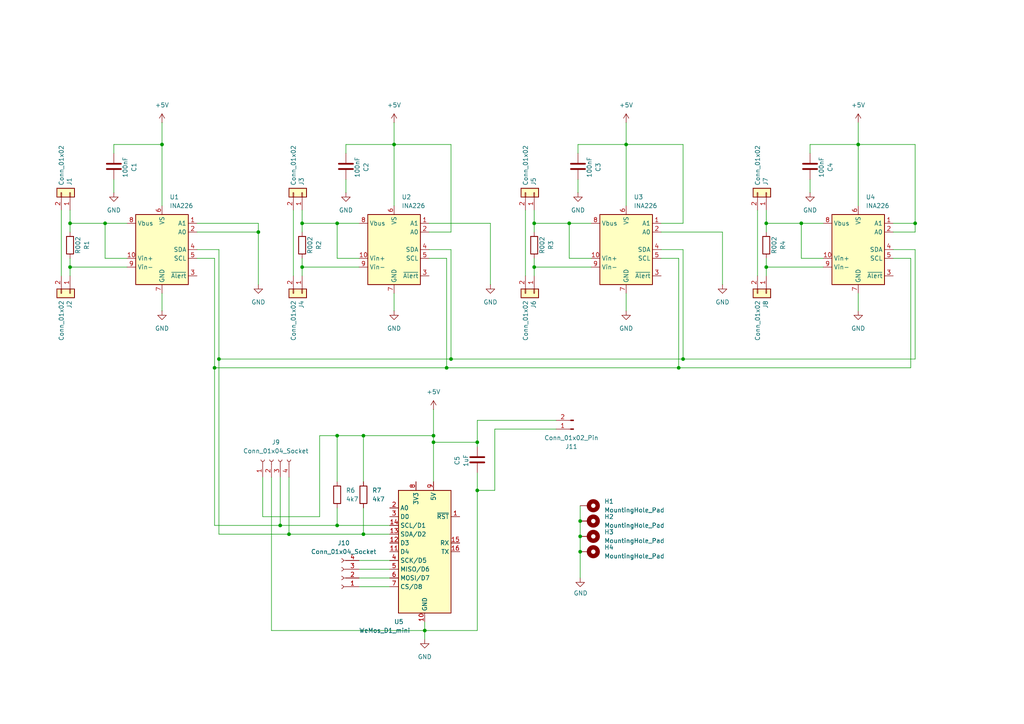
<source format=kicad_sch>
(kicad_sch (version 20231120) (generator "eeschema") (generator_version "8.0")
  (paper "A4")
  (lib_symbols
    (symbol "Connector:Conn_01x02_Pin" (pin_names (offset 1.016) hide)
      (property "Reference" "J" (at 0 2.54 0))
      (property "Value" "Conn_01x02_Pin" (at 0 -5.08 0))
      (symbol "Conn_01x02_Pin_1_1"
        (polyline (pts (xy 1.27 -2.54) (xy 0.8636 -2.54)) (stroke (width 0.1524)))
        (polyline (pts (xy 1.27 0) (xy 0.8636 0)) (stroke (width 0.1524)))
        (rectangle (start 0.8636 -2.413) (end 0 -2.667) (stroke (width 0.1524)) (fill (type outline)))
        (rectangle (start 0.8636 0.127) (end 0 -0.127) (stroke (width 0.1524)) (fill (type outline)))
        (pin passive line (at 5.08 0 180) (length 3.81) (name "Pin_1") (number "1"))
        (pin passive line (at 5.08 -2.54 180) (length 3.81) (name "Pin_2") (number "2"))
      )
    )
    (symbol "Connector:Conn_01x04_Socket" (pin_names (offset 1.016) hide)
      (property "Reference" "J" (at 0 5.08 0))
      (property "Value" "Conn_01x04_Socket" (at 0 -7.62 0))
      (symbol "Conn_01x04_Socket_1_1"
        (arc (start 0 -4.572) (mid -0.5058 -5.08) (end 0 -5.588) (stroke (width 0.1524)))
        (arc (start 0 -2.032) (mid -0.5058 -2.54) (end 0 -3.048) (stroke (width 0.1524)))
        (polyline (pts (xy -1.27 -5.08) (xy -0.508 -5.08)) (stroke (width 0.1524)))
        (polyline (pts (xy -1.27 -2.54) (xy -0.508 -2.54)) (stroke (width 0.1524)))
        (polyline (pts (xy -1.27 0) (xy -0.508 0)) (stroke (width 0.1524)))
        (polyline (pts (xy -1.27 2.54) (xy -0.508 2.54)) (stroke (width 0.1524)))
        (arc (start 0 0.508) (mid -0.5058 0) (end 0 -0.508) (stroke (width 0.1524)))
        (arc (start 0 3.048) (mid -0.5058 2.54) (end 0 2.032) (stroke (width 0.1524)))
        (pin passive line (at -5.08 2.54 0) (length 3.81) (name "Pin_1") (number "1"))
        (pin passive line (at -5.08 0 0) (length 3.81) (name "Pin_2") (number "2"))
        (pin passive line (at -5.08 -2.54 0) (length 3.81) (name "Pin_3") (number "3"))
        (pin passive line (at -5.08 -5.08 0) (length 3.81) (name "Pin_4") (number "4"))
      )
    )
    (symbol "Connector_Generic:Conn_01x02" (pin_names (offset 1.016) hide)
      (property "Reference" "J" (at 0 2.54 0))
      (property "Value" "Conn_01x02" (at 0 -5.08 0))
      (symbol "Conn_01x02_1_1"
        (rectangle (start -1.27 -2.413) (end 0 -2.667) (stroke (width 0.1524)))
        (rectangle (start -1.27 0.127) (end 0 -0.127) (stroke (width 0.1524)))
        (rectangle (start -1.27 1.27) (end 1.27 -3.81) (stroke (width 0.254)) (fill (type background)))
        (pin passive line (at -5.08 0 0) (length 3.81) (name "Pin_1") (number "1"))
        (pin passive line (at -5.08 -2.54 0) (length 3.81) (name "Pin_2") (number "2"))
      )
    )
    (symbol "Device:C" (pin_numbers hide) (pin_names (offset 0.254))
      (property "Reference" "C" (at 0.635 2.54 0))
      (property "Value" "C" (at 0.635 -2.54 0))
      (symbol "C_0_1"
        (polyline (pts (xy -2.032 -0.762) (xy 2.032 -0.762)) (stroke (width 0.508)))
        (polyline (pts (xy -2.032 0.762) (xy 2.032 0.762)) (stroke (width 0.508)))
      )
      (symbol "C_1_1"
        (pin passive line (at 0 3.81 270) (length 2.794) (name "~") (number "1"))
        (pin passive line (at 0 -3.81 90) (length 2.794) (name "~") (number "2"))
      )
    )
    (symbol "Device:R" (pin_numbers hide) (pin_names (offset 0))
      (property "Reference" "R" (at 2.032 0 90))
      (property "Value" "R" (at 0 0 90))
      (symbol "R_0_1"
        (rectangle (start -1.016 -2.54) (end 1.016 2.54) (stroke (width 0.254)))
      )
      (symbol "R_1_1"
        (pin passive line (at 0 3.81 270) (length 1.27) (name "~") (number "1"))
        (pin passive line (at 0 -3.81 90) (length 1.27) (name "~") (number "2"))
      )
    )
    (symbol "MCU_Module:WeMos_D1_mini"
      (property "Reference" "U" (at 3.81 19.05 0))
      (property "Value" "WeMos_D1_mini" (at 1.27 -19.05 0))
      (symbol "WeMos_D1_mini_1_1"
        (rectangle (start -7.62 17.78) (end 7.62 -17.78) (stroke (width 0.254)) (fill (type background)))
        (pin input line (at -10.16 10.16 0) (length 2.54) (name "~{RST}") (number "1"))
        (pin power_in line (at 0 -20.32 90) (length 2.54) (name "GND") (number "10"))
        (pin bidirectional line (at 10.16 0 180) (length 2.54) (name "D4") (number "11"))
        (pin bidirectional line (at 10.16 2.54 180) (length 2.54) (name "D3") (number "12"))
        (pin bidirectional line (at 10.16 5.08 180) (length 2.54) (name "SDA/D2") (number "13"))
        (pin bidirectional line (at 10.16 7.62 180) (length 2.54) (name "SCL/D1") (number "14"))
        (pin input line (at -10.16 2.54 0) (length 2.54) (name "RX") (number "15"))
        (pin output line (at -10.16 0 0) (length 2.54) (name "TX") (number "16"))
        (pin input line (at 10.16 12.7 180) (length 2.54) (name "A0") (number "2"))
        (pin bidirectional line (at 10.16 10.16 180) (length 2.54) (name "D0") (number "3"))
        (pin bidirectional line (at 10.16 -2.54 180) (length 2.54) (name "SCK/D5") (number "4"))
        (pin bidirectional line (at 10.16 -5.08 180) (length 2.54) (name "MISO/D6") (number "5"))
        (pin bidirectional line (at 10.16 -7.62 180) (length 2.54) (name "MOSI/D7") (number "6"))
        (pin bidirectional line (at 10.16 -10.16 180) (length 2.54) (name "CS/D8") (number "7"))
        (pin power_out line (at 2.54 20.32 270) (length 2.54) (name "3V3") (number "8"))
        (pin power_in line (at -2.54 20.32 270) (length 2.54) (name "5V") (number "9"))
      )
    )
    (symbol "Mechanical:MountingHole_Pad" (pin_numbers hide) (pin_names (offset 1.016) hide) (exclude_from_sim yes) (in_bom no)
      (property "Reference" "H" (at 0 6.35 0))
      (property "Value" "MountingHole_Pad" (at 0 4.445 0))
      (symbol "MountingHole_Pad_0_1"
        (circle (center 0 1.27) (radius 1.27) (stroke (width 1.27)))
      )
      (symbol "MountingHole_Pad_1_1"
        (pin input line (at 0 -2.54 90) (length 2.54) (name "1") (number "1"))
      )
    )
    (symbol "Sensor_Energy:INA226"
      (property "Reference" "U" (at -6.35 11.43 0))
      (property "Value" "INA226" (at 3.81 11.43 0))
      (symbol "INA226_0_1"
        (rectangle (start 7.62 10.16) (end -7.62 -10.16) (stroke (width 0.254)) (fill (type background)))
      )
      (symbol "INA226_1_1"
        (pin input line (at 10.16 7.62 180) (length 2.54) (name "A1") (number "1"))
        (pin input line (at -10.16 -2.54 0) (length 2.54) (name "Vin+") (number "10"))
        (pin input line (at 10.16 5.08 180) (length 2.54) (name "A0") (number "2"))
        (pin open_collector line (at 10.16 -7.62 180) (length 2.54) (name "~{Alert}") (number "3"))
        (pin bidirectional line (at 10.16 0 180) (length 2.54) (name "SDA") (number "4"))
        (pin input line (at 10.16 -2.54 180) (length 2.54) (name "SCL") (number "5"))
        (pin power_in line (at 0 12.7 270) (length 2.54) (name "VS") (number "6"))
        (pin power_in line (at 0 -12.7 90) (length 2.54) (name "GND") (number "7"))
        (pin input line (at -10.16 7.62 0) (length 2.54) (name "Vbus") (number "8"))
        (pin input line (at -10.16 -5.08 0) (length 2.54) (name "Vin-") (number "9"))
      )
    )
    (symbol "power:+3.3V" (power) (pin_numbers hide) (pin_names (offset 0) hide)
      (property "Value" "+3.3V" (at 0 3.556 0))
      (symbol "+3.3V_0_1"
        (polyline (pts (xy -0.762 1.27) (xy 0 2.54)))
        (polyline (pts (xy 0 0) (xy 0 2.54)))
        (polyline (pts (xy 0 2.54) (xy 0.762 1.27)))
      )
      (symbol "+3.3V_1_1"
        (pin power_in line (at 0 0 90) (length 0) (name "~") (number "1"))
      )
    )
    (symbol "power:+5V" (power) (pin_numbers hide) (pin_names (offset 0) hide)
      (property "Value" "+5V" (at 0 3.556 0))
      (symbol "+5V_0_1"
        (polyline (pts (xy -0.762 1.27) (xy 0 2.54)))
        (polyline (pts (xy 0 0) (xy 0 2.54)))
        (polyline (pts (xy 0 2.54) (xy 0.762 1.27)))
      )
      (symbol "+5V_1_1"
        (pin power_in line (at 0 0 90) (length 0) (name "~") (number "1"))
      )
    )
    (symbol "power:GND" (power) (pin_numbers hide) (pin_names (offset 0) hide)
      (property "Value" "GND" (at 0 -3.81 0))
      (symbol "GND_0_1"
        (polyline (pts (xy 0 0) (xy 0 -1.27) (xy 1.27 -1.27) (xy 0 -2.54) (xy -1.27 -1.27) (xy 0 -1.27)))
      )
      (symbol "GND_1_1"
        (pin power_in line (at 0 0 270) (length 0) (name "~") (number "1"))
      )
    )
    (symbol "powerpoledist-rescue:GND-power" (power) (pin_names (offset 0))
      (property "Value" "power_GND" (at 0 -3.81 0))
      (symbol "GND-power_0_1"
        (polyline (pts (xy 0 0) (xy 0 -1.27) (xy 1.27 -1.27) (xy 0 -2.54) (xy -1.27 -1.27) (xy 0 -1.27)))
      )
      (symbol "GND-power_1_1"
        (pin power_in line (at 0 0 270) (length 0) hide (name "GND") (number "1"))
      )
    )
  )
  (junction (at 222.25 77.47))
  (junction (at 97.79 152.4))
  (junction (at 87.63 77.47))
  (junction (at 198.12 104.14))
  (junction (at 97.79 126.365))
  (junction (at 87.63 64.77))
  (junction (at 168.275 151.13))
  (junction (at 222.25 64.77))
  (junction (at 74.93 67.31))
  (junction (at 138.43 142.24))
  (junction (at 168.275 155.575))
  (junction (at 265.43 64.77))
  (junction (at 232.41 64.77))
  (junction (at 130.81 104.14))
  (junction (at 138.43 128.27))
  (junction (at 30.48 64.77))
  (junction (at 105.41 154.94))
  (junction (at 97.79 64.77))
  (junction (at 63.5 104.14))
  (junction (at 181.61 41.91))
  (junction (at 196.85 106.68))
  (junction (at 20.32 77.47))
  (junction (at 154.94 77.47))
  (junction (at 20.32 64.77))
  (junction (at 165.1 64.77))
  (junction (at 62.23 106.68))
  (junction (at 81.28 152.4))
  (junction (at 114.3 41.91))
  (junction (at 248.92 41.91))
  (junction (at 105.41 126.365))
  (junction (at 125.73 126.365))
  (junction (at 123.19 182.88))
  (junction (at 154.94 64.77))
  (junction (at 125.73 128.27))
  (junction (at 168.275 160.02))
  (junction (at 46.99 41.91))
  (junction (at 83.82 154.94))
  (junction (at 129.54 106.68))
  (wire (pts (xy 191.77 64.77) (xy 198.12 64.77)))
  (wire (pts (xy 105.41 147.32) (xy 105.41 154.94)))
  (wire (pts (xy 124.46 67.31) (xy 130.81 67.31)))
  (wire (pts (xy 74.93 67.31) (xy 74.93 82.55)))
  (wire (pts (xy 114.3 35.56) (xy 114.3 41.91)))
  (wire (pts (xy 248.92 85.09) (xy 248.92 90.17)))
  (wire (pts (xy 87.63 64.77) (xy 97.79 64.77)))
  (wire (pts (xy 154.94 64.77) (xy 154.94 67.31)))
  (wire (pts (xy 97.79 126.365) (xy 92.71 126.365)))
  (wire (pts (xy 167.64 44.45) (xy 167.64 41.91)))
  (wire (pts (xy 125.73 126.365) (xy 125.73 128.27)))
  (wire (pts (xy 191.77 67.31) (xy 209.55 67.31)))
  (wire (pts (xy 196.85 106.68) (xy 264.16 106.68)))
  (wire (pts (xy 104.14 170.18) (xy 113.03 170.18)))
  (wire (pts (xy 104.14 167.64) (xy 113.03 167.64)))
  (wire (pts (xy 130.81 104.14) (xy 198.12 104.14)))
  (wire (pts (xy 87.63 64.77) (xy 87.63 67.31)))
  (wire (pts (xy 167.64 52.07) (xy 167.64 55.88)))
  (wire (pts (xy 97.79 64.77) (xy 97.79 74.93)))
  (wire (pts (xy 104.14 74.93) (xy 97.79 74.93)))
  (wire (pts (xy 87.63 77.47) (xy 87.63 80.01)))
  (wire (pts (xy 20.32 77.47) (xy 20.32 80.01)))
  (wire (pts (xy 168.275 155.575) (xy 168.275 160.02)))
  (wire (pts (xy 181.61 35.56) (xy 181.61 41.91)))
  (wire (pts (xy 238.76 74.93) (xy 232.41 74.93)))
  (wire (pts (xy 123.19 180.34) (xy 123.19 182.88)))
  (wire (pts (xy 222.25 74.93) (xy 222.25 77.47)))
  (wire (pts (xy 168.275 151.13) (xy 168.275 155.575)))
  (wire (pts (xy 62.23 106.68) (xy 62.23 152.4)))
  (wire (pts (xy 57.15 64.77) (xy 74.93 64.77)))
  (wire (pts (xy 143.51 142.24) (xy 138.43 142.24)))
  (wire (pts (xy 138.43 142.24) (xy 138.43 182.88)))
  (wire (pts (xy 78.74 182.88) (xy 123.19 182.88)))
  (wire (pts (xy 123.19 182.88) (xy 123.19 185.42)))
  (wire (pts (xy 20.32 64.77) (xy 30.48 64.77)))
  (wire (pts (xy 234.95 41.91) (xy 248.92 41.91)))
  (wire (pts (xy 259.08 72.39) (xy 265.43 72.39)))
  (wire (pts (xy 138.43 128.27) (xy 125.73 128.27)))
  (wire (pts (xy 219.71 60.96) (xy 219.71 80.01)))
  (wire (pts (xy 97.79 64.77) (xy 104.14 64.77)))
  (wire (pts (xy 63.5 72.39) (xy 63.5 104.14)))
  (wire (pts (xy 198.12 72.39) (xy 198.12 104.14)))
  (wire (pts (xy 81.28 152.4) (xy 97.79 152.4)))
  (wire (pts (xy 87.63 77.47) (xy 104.14 77.47)))
  (wire (pts (xy 125.73 126.365) (xy 105.41 126.365)))
  (wire (pts (xy 63.5 154.94) (xy 83.82 154.94)))
  (wire (pts (xy 20.32 74.93) (xy 20.32 77.47)))
  (wire (pts (xy 114.3 41.91) (xy 114.3 59.69)))
  (wire (pts (xy 100.33 41.91) (xy 114.3 41.91)))
  (wire (pts (xy 222.25 64.77) (xy 232.41 64.77)))
  (wire (pts (xy 138.43 137.16) (xy 138.43 142.24)))
  (wire (pts (xy 100.33 52.07) (xy 100.33 55.88)))
  (wire (pts (xy 168.275 160.02) (xy 168.275 167.64)))
  (wire (pts (xy 105.41 126.365) (xy 105.41 139.7)))
  (wire (pts (xy 222.25 77.47) (xy 222.25 80.01)))
  (wire (pts (xy 265.43 64.77) (xy 265.43 67.31)))
  (wire (pts (xy 20.32 60.96) (xy 20.32 64.77)))
  (wire (pts (xy 97.79 126.365) (xy 97.79 139.7)))
  (wire (pts (xy 138.43 128.27) (xy 138.43 129.54)))
  (wire (pts (xy 152.4 60.96) (xy 152.4 80.01)))
  (wire (pts (xy 222.25 60.96) (xy 222.25 64.77)))
  (wire (pts (xy 76.2 149.86) (xy 92.71 149.86)))
  (wire (pts (xy 36.83 74.93) (xy 30.48 74.93)))
  (wire (pts (xy 248.92 35.56) (xy 248.92 41.91)))
  (wire (pts (xy 222.25 64.77) (xy 222.25 67.31)))
  (wire (pts (xy 259.08 74.93) (xy 264.16 74.93)))
  (wire (pts (xy 125.73 118.745) (xy 125.73 126.365)))
  (wire (pts (xy 76.2 138.43) (xy 76.2 149.86)))
  (wire (pts (xy 142.24 64.77) (xy 142.24 82.55)))
  (wire (pts (xy 33.02 44.45) (xy 33.02 41.91)))
  (wire (pts (xy 30.48 64.77) (xy 36.83 64.77)))
  (wire (pts (xy 130.81 72.39) (xy 130.81 104.14)))
  (wire (pts (xy 85.09 60.96) (xy 85.09 80.01)))
  (wire (pts (xy 232.41 64.77) (xy 238.76 64.77)))
  (wire (pts (xy 17.78 60.96) (xy 17.78 80.01)))
  (wire (pts (xy 62.23 152.4) (xy 81.28 152.4)))
  (wire (pts (xy 33.02 52.07) (xy 33.02 55.88)))
  (wire (pts (xy 83.82 138.43) (xy 83.82 154.94)))
  (wire (pts (xy 125.73 128.27) (xy 125.73 139.7)))
  (wire (pts (xy 46.99 85.09) (xy 46.99 90.17)))
  (wire (pts (xy 154.94 77.47) (xy 154.94 80.01)))
  (wire (pts (xy 46.99 41.91) (xy 46.99 59.69)))
  (wire (pts (xy 264.16 74.93) (xy 264.16 106.68)))
  (wire (pts (xy 114.3 85.09) (xy 114.3 90.17)))
  (wire (pts (xy 105.41 126.365) (xy 97.79 126.365)))
  (wire (pts (xy 87.63 60.96) (xy 87.63 64.77)))
  (wire (pts (xy 33.02 41.91) (xy 46.99 41.91)))
  (wire (pts (xy 83.82 154.94) (xy 105.41 154.94)))
  (wire (pts (xy 248.92 41.91) (xy 248.92 59.69)))
  (wire (pts (xy 57.15 67.31) (xy 74.93 67.31)))
  (wire (pts (xy 74.93 64.77) (xy 74.93 67.31)))
  (wire (pts (xy 138.43 182.88) (xy 123.19 182.88)))
  (wire (pts (xy 234.95 52.07) (xy 234.95 55.88)))
  (wire (pts (xy 100.33 44.45) (xy 100.33 41.91)))
  (wire (pts (xy 259.08 64.77) (xy 265.43 64.77)))
  (wire (pts (xy 46.99 35.56) (xy 46.99 41.91)))
  (wire (pts (xy 154.94 64.77) (xy 165.1 64.77)))
  (wire (pts (xy 259.08 67.31) (xy 265.43 67.31)))
  (wire (pts (xy 191.77 72.39) (xy 198.12 72.39)))
  (wire (pts (xy 138.43 128.27) (xy 138.43 121.92)))
  (wire (pts (xy 129.54 106.68) (xy 196.85 106.68)))
  (wire (pts (xy 63.5 104.14) (xy 63.5 154.94)))
  (wire (pts (xy 181.61 41.91) (xy 198.12 41.91)))
  (wire (pts (xy 124.46 72.39) (xy 130.81 72.39)))
  (wire (pts (xy 143.51 124.46) (xy 143.51 142.24)))
  (wire (pts (xy 154.94 74.93) (xy 154.94 77.47)))
  (wire (pts (xy 104.14 162.56) (xy 113.03 162.56)))
  (wire (pts (xy 248.92 41.91) (xy 265.43 41.91)))
  (wire (pts (xy 198.12 64.77) (xy 198.12 41.91)))
  (wire (pts (xy 124.46 64.77) (xy 142.24 64.77)))
  (wire (pts (xy 114.3 41.91) (xy 130.81 41.91)))
  (wire (pts (xy 105.41 154.94) (xy 113.03 154.94)))
  (wire (pts (xy 167.64 41.91) (xy 181.61 41.91)))
  (wire (pts (xy 57.15 72.39) (xy 63.5 72.39)))
  (wire (pts (xy 234.95 44.45) (xy 234.95 41.91)))
  (wire (pts (xy 191.77 74.93) (xy 196.85 74.93)))
  (wire (pts (xy 165.1 64.77) (xy 165.1 74.93)))
  (wire (pts (xy 168.275 146.685) (xy 168.275 151.13)))
  (wire (pts (xy 97.79 152.4) (xy 113.03 152.4)))
  (wire (pts (xy 97.79 147.32) (xy 97.79 152.4)))
  (wire (pts (xy 222.25 77.47) (xy 238.76 77.47)))
  (wire (pts (xy 161.29 124.46) (xy 143.51 124.46)))
  (wire (pts (xy 78.74 138.43) (xy 78.74 182.88)))
  (wire (pts (xy 57.15 74.93) (xy 62.23 74.93)))
  (wire (pts (xy 181.61 41.91) (xy 181.61 59.69)))
  (wire (pts (xy 92.71 126.365) (xy 92.71 149.86)))
  (wire (pts (xy 171.45 74.93) (xy 165.1 74.93)))
  (wire (pts (xy 62.23 106.68) (xy 129.54 106.68)))
  (wire (pts (xy 154.94 60.96) (xy 154.94 64.77)))
  (wire (pts (xy 129.54 74.93) (xy 129.54 106.68)))
  (wire (pts (xy 124.46 74.93) (xy 129.54 74.93)))
  (wire (pts (xy 63.5 104.14) (xy 130.81 104.14)))
  (wire (pts (xy 265.43 72.39) (xy 265.43 104.14)))
  (wire (pts (xy 181.61 85.09) (xy 181.61 90.17)))
  (wire (pts (xy 20.32 64.77) (xy 20.32 67.31)))
  (wire (pts (xy 81.28 138.43) (xy 81.28 152.4)))
  (wire (pts (xy 104.14 165.1) (xy 113.03 165.1)))
  (wire (pts (xy 165.1 64.77) (xy 171.45 64.77)))
  (wire (pts (xy 154.94 77.47) (xy 171.45 77.47)))
  (wire (pts (xy 20.32 77.47) (xy 36.83 77.47)))
  (wire (pts (xy 265.43 41.91) (xy 265.43 64.77)))
  (wire (pts (xy 130.81 67.31) (xy 130.81 41.91)))
  (wire (pts (xy 30.48 64.77) (xy 30.48 74.93)))
  (wire (pts (xy 196.85 74.93) (xy 196.85 106.68)))
  (wire (pts (xy 209.55 67.31) (xy 209.55 82.55)))
  (wire (pts (xy 138.43 121.92) (xy 161.29 121.92)))
  (wire (pts (xy 198.12 104.14) (xy 265.43 104.14)))
  (wire (pts (xy 62.23 74.93) (xy 62.23 106.68)))
  (wire (pts (xy 87.63 74.93) (xy 87.63 77.47)))
  (wire (pts (xy 232.41 64.77) (xy 232.41 74.93)))
  (symbol (lib_id "Device:R") (at 20.32 71.12 0) (unit 1)
    (property "Reference" "R1" (at 25.146 71.12 90))
    (property "Value" "R002" (at 22.606 71.12 90))
    (property "Footprint" "Resistor_SMD:R_2512_6332Metric_Pad1.40x3.35mm_HandSolder" (effects (hide yes)))
    (property "Description" "Resistor" (effects (hide yes)))
  )
  (symbol (lib_id "Device:R") (at 87.63 71.12 0) (unit 1)
    (property "Reference" "R2" (at 92.456 71.12 90))
    (property "Value" "R002" (at 89.916 71.12 90))
    (property "Footprint" "Resistor_SMD:R_2512_6332Metric_Pad1.40x3.35mm_HandSolder" (effects (hide yes)))
    (property "Description" "Resistor" (effects (hide yes)))
  )
  (symbol (lib_id "Sensor_Energy:INA226") (at 248.92 72.39 0) (unit 1)
    (property "Reference" "U4" (at 251.1141 57.15 0) (effects (justify left)))
    (property "Value" "INA226" (at 251.1141 59.69 0) (effects (justify left)))
    (property "Footprint" "Package_SO:VSSOP-10_3x3mm_P0.5mm" (effects (hide yes)))
    (property "Datasheet" "http://www.ti.com/lit/ds/symlink/ina226.pdf" (effects (hide yes)))
    (property "Description" "High-Side or Low-Side Measurement, Bi-Directional Current and Power Monitor (0-36V) with I2C Compatible Interface, VSSOP-10" (effects (hide yes)))
  )
  (symbol (lib_id "Connector:Conn_01x04_Socket") (at 78.74 133.35 90) (unit 1)
    (property "Reference" "J9" (at 80.01 128.27 90))
    (property "Value" "Conn_01x04_Socket" (at 80.01 130.81 90))
    (property "Footprint" "Connector_PinSocket_2.54mm:PinSocket_1x04_P2.54mm_Vertical" (effects (hide yes)))
    (property "Description" "Generic connector, single row, 01x04, script generated" (effects (hide yes)))
  )
  (symbol (lib_id "Connector_Generic:Conn_01x02") (at 222.25 85.09 270) (unit 1)
    (property "Reference" "J8" (at 222.0468 87.122 0) (effects (justify left)))
    (property "Value" "Conn_01x02" (at 219.7354 87.122 0) (effects (justify left)))
    (property "Footprint" "Connector_Anderson:PowerPole_PP45_1336G1_1x2_Horizontal" (effects (hide yes)))
    (property "MPN" "1336G1" (effects (hide yes)))
    (property "Manufacturer" "Anderson" (effects (hide yes)))
  )
  (symbol (lib_id "Connector:Conn_01x04_Socket") (at 99.06 167.64 180) (unit 1)
    (property "Reference" "J10" (at 99.695 157.48 0))
    (property "Value" "Conn_01x04_Socket" (at 99.695 160.02 0))
    (property "Footprint" "Connector_PinSocket_2.54mm:PinSocket_1x04_P2.54mm_Vertical" (effects (hide yes)))
    (property "Description" "Generic connector, single row, 01x04, script generated" (effects (hide yes)))
  )
  (symbol (lib_id "Device:R") (at 97.79 143.51 0) (unit 1)
    (property "Reference" "R6" (at 100.33 142.2399 0) (effects (justify left)))
    (property "Value" "4k7" (at 100.33 144.7799 0) (effects (justify left)))
    (property "Footprint" "Resistor_SMD:R_0805_2012Metric_Pad1.20x1.40mm_HandSolder" (effects (hide yes)))
    (property "Description" "Resistor" (effects (hide yes)))
  )
  (symbol (lib_id "power:+3.3V") (at 181.61 35.56 0) (unit 1)
    (property "Reference" "#PWR013" (effects (hide yes)))
    (property "Value" "+5V" (at 181.61 30.48 0))
    (property "Description" "Power symbol creates a global label with name \"+3.3V\"" (effects (hide yes)))
  )
  (symbol (lib_id "Device:C") (at 138.43 133.35 0) (mirror y) (unit 1)
    (property "Reference" "C5" (at 132.588 133.604 90))
    (property "Value" "1uF" (at 135.128 133.604 90))
    (property "Footprint" "Capacitor_SMD:C_0805_2012Metric_Pad1.18x1.45mm_HandSolder" (effects (hide yes)))
    (property "Description" "Unpolarized capacitor" (effects (hide yes)))
  )
  (symbol (lib_id "power:+3.3V") (at 46.99 35.56 0) (unit 1)
    (property "Reference" "#PWR02" (effects (hide yes)))
    (property "Value" "+5V" (at 46.99 30.48 0))
    (property "Description" "Power symbol creates a global label with name \"+3.3V\"" (effects (hide yes)))
  )
  (symbol (lib_id "Mechanical:MountingHole_Pad") (at 170.815 160.02 270) (unit 1) (exclude_from_sim yes) (in_bom no)
    (property "Reference" "H4" (at 175.26 158.7499 90) (effects (justify left)))
    (property "Value" "MountingHole_Pad" (at 175.26 161.2899 90) (effects (justify left)))
    (property "Footprint" "MountingHole:MountingHole_3.5mm_Pad" (effects (hide yes)))
    (property "Description" "Mounting Hole with connection" (effects (hide yes)))
  )
  (symbol (lib_id "power:GND") (at 167.64 55.88 0) (unit 1)
    (property "Reference" "#PWR011" (effects (hide yes)))
    (property "Value" "GND" (at 167.64 60.96 0))
    (property "Description" "Power symbol creates a global label with name \"GND\" , ground" (effects (hide yes)))
  )
  (symbol (lib_id "MCU_Module:WeMos_D1_mini") (at 123.19 160.02 0) (mirror y) (unit 1)
    (property "Reference" "U5" (at 114.3 180.34 0) (effects (justify right)))
    (property "Value" "WeMos_D1_mini" (at 104.14 182.88 0) (effects (justify right)))
    (property "Footprint" "Module:WEMOS_D1_mini_light" (effects (hide yes)))
    (property "Datasheet" "https://wiki.wemos.cc/products:d1:d1_mini#documentation" (effects (hide yes)))
    (property "Description" "32-bit microcontroller module with WiFi" (effects (hide yes)))
  )
  (symbol (lib_id "power:+3.3V") (at 114.3 35.56 0) (unit 1)
    (property "Reference" "#PWR06" (effects (hide yes)))
    (property "Value" "+5V" (at 114.3 30.48 0))
    (property "Description" "Power symbol creates a global label with name \"+3.3V\"" (effects (hide yes)))
  )
  (symbol (lib_id "power:GND") (at 100.33 55.88 0) (unit 1)
    (property "Reference" "#PWR05" (effects (hide yes)))
    (property "Value" "GND" (at 100.33 60.96 0))
    (property "Description" "Power symbol creates a global label with name \"GND\" , ground" (effects (hide yes)))
  )
  (symbol (lib_id "Connector_Generic:Conn_01x02") (at 87.63 55.88 270) (mirror x) (unit 1)
    (property "Reference" "J3" (at 87.4268 53.848 0) (effects (justify left)))
    (property "Value" "Conn_01x02" (at 85.1154 53.848 0) (effects (justify left)))
    (property "Footprint" "Connector_Anderson:PowerPole_PP45_1336G1_1x2_Horizontal" (effects (hide yes)))
    (property "MPN" "1336G1" (effects (hide yes)))
    (property "Manufacturer" "Anderson" (effects (hide yes)))
  )
  (symbol (lib_id "Device:C") (at 100.33 48.26 0) (unit 1)
    (property "Reference" "C2" (at 106.172 48.514 90))
    (property "Value" "100nF" (at 103.632 48.514 90))
    (property "Footprint" "Capacitor_SMD:C_0805_2012Metric_Pad1.18x1.45mm_HandSolder" (effects (hide yes)))
    (property "Description" "Unpolarized capacitor" (effects (hide yes)))
  )
  (symbol (lib_id "Sensor_Energy:INA226") (at 114.3 72.39 0) (unit 1)
    (property "Reference" "U2" (at 116.4941 57.15 0) (effects (justify left)))
    (property "Value" "INA226" (at 116.4941 59.69 0) (effects (justify left)))
    (property "Footprint" "Package_SO:VSSOP-10_3x3mm_P0.5mm" (effects (hide yes)))
    (property "Datasheet" "http://www.ti.com/lit/ds/symlink/ina226.pdf" (effects (hide yes)))
    (property "Description" "High-Side or Low-Side Measurement, Bi-Directional Current and Power Monitor (0-36V) with I2C Compatible Interface, VSSOP-10" (effects (hide yes)))
  )
  (symbol (lib_id "power:GND") (at 46.99 90.17 0) (unit 1)
    (property "Reference" "#PWR03" (effects (hide yes)))
    (property "Value" "GND" (at 46.99 95.25 0))
    (property "Description" "Power symbol creates a global label with name \"GND\" , ground" (effects (hide yes)))
  )
  (symbol (lib_id "power:+5V") (at 125.73 118.745 0) (mirror y) (unit 1)
    (property "Reference" "#PWR09" (effects (hide yes)))
    (property "Value" "+5V" (at 125.73 113.665 0))
    (property "Description" "Power symbol creates a global label with name \"+5V\"" (effects (hide yes)))
  )
  (symbol (lib_id "Device:C") (at 167.64 48.26 0) (unit 1)
    (property "Reference" "C3" (at 173.482 48.514 90))
    (property "Value" "100nF" (at 170.942 48.514 90))
    (property "Footprint" "Capacitor_SMD:C_0805_2012Metric_Pad1.18x1.45mm_HandSolder" (effects (hide yes)))
    (property "Description" "Unpolarized capacitor" (effects (hide yes)))
  )
  (symbol (lib_id "Mechanical:MountingHole_Pad") (at 170.815 155.575 270) (unit 1) (exclude_from_sim yes) (in_bom no)
    (property "Reference" "H3" (at 175.26 154.3049 90) (effects (justify left)))
    (property "Value" "MountingHole_Pad" (at 175.26 156.8449 90) (effects (justify left)))
    (property "Footprint" "MountingHole:MountingHole_3.5mm_Pad" (effects (hide yes)))
    (property "Description" "Mounting Hole with connection" (effects (hide yes)))
  )
  (symbol (lib_id "power:GND") (at 142.24 82.55 0) (unit 1)
    (property "Reference" "#PWR010" (effects (hide yes)))
    (property "Value" "GND" (at 142.24 87.63 0))
    (property "Description" "Power symbol creates a global label with name \"GND\" , ground" (effects (hide yes)))
  )
  (symbol (lib_id "powerpoledist-rescue:GND-power") (at 168.275 167.64 0) (unit 1)
    (property "Reference" "#PWR012" (effects (hide yes)))
    (property "Value" "GND" (at 168.402 172.0342 0))
  )
  (symbol (lib_id "Connector_Generic:Conn_01x02") (at 20.32 85.09 270) (unit 1)
    (property "Reference" "J2" (at 20.1168 87.122 0) (effects (justify left)))
    (property "Value" "Conn_01x02" (at 17.8054 87.122 0) (effects (justify left)))
    (property "Footprint" "Connector_Anderson:PowerPole_PP45_1336G1_1x2_Horizontal" (effects (hide yes)))
    (property "MPN" "1336G1" (effects (hide yes)))
    (property "Manufacturer" "Anderson" (effects (hide yes)))
  )
  (symbol (lib_id "power:GND") (at 114.3 90.17 0) (unit 1)
    (property "Reference" "#PWR07" (effects (hide yes)))
    (property "Value" "GND" (at 114.3 95.25 0))
    (property "Description" "Power symbol creates a global label with name \"GND\" , ground" (effects (hide yes)))
  )
  (symbol (lib_id "Device:R") (at 154.94 71.12 0) (unit 1)
    (property "Reference" "R3" (at 159.766 71.12 90))
    (property "Value" "R002" (at 157.226 71.12 90))
    (property "Footprint" "Resistor_SMD:R_2512_6332Metric_Pad1.40x3.35mm_HandSolder" (effects (hide yes)))
    (property "Description" "Resistor" (effects (hide yes)))
  )
  (symbol (lib_id "Connector_Generic:Conn_01x02") (at 20.32 55.88 270) (mirror x) (unit 1)
    (property "Reference" "J1" (at 20.1168 53.848 0) (effects (justify left)))
    (property "Value" "Conn_01x02" (at 17.8054 53.848 0) (effects (justify left)))
    (property "Footprint" "Connector_Anderson:PowerPole_PP45_1336G1_1x2_Horizontal" (effects (hide yes)))
    (property "MPN" "1336G1" (effects (hide yes)))
    (property "Manufacturer" "Anderson" (effects (hide yes)))
  )
  (symbol (lib_id "power:GND") (at 248.92 90.17 0) (unit 1)
    (property "Reference" "#PWR018" (effects (hide yes)))
    (property "Value" "GND" (at 248.92 95.25 0))
    (property "Description" "Power symbol creates a global label with name \"GND\" , ground" (effects (hide yes)))
  )
  (symbol (lib_id "power:GND") (at 33.02 55.88 0) (unit 1)
    (property "Reference" "#PWR01" (effects (hide yes)))
    (property "Value" "GND" (at 33.02 60.96 0))
    (property "Description" "Power symbol creates a global label with name \"GND\" , ground" (effects (hide yes)))
  )
  (symbol (lib_id "power:+3.3V") (at 248.92 35.56 0) (unit 1)
    (property "Reference" "#PWR017" (effects (hide yes)))
    (property "Value" "+5V" (at 248.92 30.48 0))
    (property "Description" "Power symbol creates a global label with name \"+3.3V\"" (effects (hide yes)))
  )
  (symbol (lib_id "Sensor_Energy:INA226") (at 181.61 72.39 0) (unit 1)
    (property "Reference" "U3" (at 183.8041 57.15 0) (effects (justify left)))
    (property "Value" "INA226" (at 183.8041 59.69 0) (effects (justify left)))
    (property "Footprint" "Package_SO:VSSOP-10_3x3mm_P0.5mm" (effects (hide yes)))
    (property "Datasheet" "http://www.ti.com/lit/ds/symlink/ina226.pdf" (effects (hide yes)))
    (property "Description" "High-Side or Low-Side Measurement, Bi-Directional Current and Power Monitor (0-36V) with I2C Compatible Interface, VSSOP-10" (effects (hide yes)))
  )
  (symbol (lib_id "power:GND") (at 209.55 82.55 0) (unit 1)
    (property "Reference" "#PWR015" (effects (hide yes)))
    (property "Value" "GND" (at 209.55 87.63 0))
    (property "Description" "Power symbol creates a global label with name \"GND\" , ground" (effects (hide yes)))
  )
  (symbol (lib_id "power:GND") (at 234.95 55.88 0) (unit 1)
    (property "Reference" "#PWR016" (effects (hide yes)))
    (property "Value" "GND" (at 234.95 60.96 0))
    (property "Description" "Power symbol creates a global label with name \"GND\" , ground" (effects (hide yes)))
  )
  (symbol (lib_id "power:GND") (at 123.19 185.42 0) (mirror y) (unit 1)
    (property "Reference" "#PWR08" (effects (hide yes)))
    (property "Value" "GND" (at 123.19 190.5 0))
    (property "Description" "Power symbol creates a global label with name \"GND\" , ground" (effects (hide yes)))
  )
  (symbol (lib_id "Mechanical:MountingHole_Pad") (at 170.815 146.685 270) (unit 1) (exclude_from_sim yes) (in_bom no)
    (property "Reference" "H1" (at 175.26 145.4149 90) (effects (justify left)))
    (property "Value" "MountingHole_Pad" (at 175.26 147.9549 90) (effects (justify left)))
    (property "Footprint" "MountingHole:MountingHole_3.5mm_Pad" (effects (hide yes)))
    (property "Description" "Mounting Hole with connection" (effects (hide yes)))
  )
  (symbol (lib_id "Connector:Conn_01x02_Pin") (at 166.37 124.46 180) (unit 1)
    (property "Reference" "J11" (at 165.735 129.54 0))
    (property "Value" "Conn_01x02_Pin" (at 165.735 127 0))
    (property "Footprint" "Connector_PinHeader_2.54mm:PinHeader_1x02_P2.54mm_Horizontal" (effects (hide yes)))
    (property "Description" "Generic connector, single row, 01x02, script generated" (effects (hide yes)))
  )
  (symbol (lib_id "Device:C") (at 234.95 48.26 0) (unit 1)
    (property "Reference" "C4" (at 240.792 48.514 90))
    (property "Value" "100nF" (at 238.252 48.514 90))
    (property "Footprint" "Capacitor_SMD:C_0805_2012Metric_Pad1.18x1.45mm_HandSolder" (effects (hide yes)))
    (property "Description" "Unpolarized capacitor" (effects (hide yes)))
  )
  (symbol (lib_id "Device:R") (at 105.41 143.51 0) (unit 1)
    (property "Reference" "R7" (at 107.95 142.2399 0) (effects (justify left)))
    (property "Value" "4k7" (at 107.95 144.7799 0) (effects (justify left)))
    (property "Footprint" "Resistor_SMD:R_0805_2012Metric_Pad1.20x1.40mm_HandSolder" (effects (hide yes)))
    (property "Description" "Resistor" (effects (hide yes)))
  )
  (symbol (lib_id "Connector_Generic:Conn_01x02") (at 87.63 85.09 270) (unit 1)
    (property "Reference" "J4" (at 87.4268 87.122 0) (effects (justify left)))
    (property "Value" "Conn_01x02" (at 85.1154 87.122 0) (effects (justify left)))
    (property "Footprint" "Connector_Anderson:PowerPole_PP45_1336G1_1x2_Horizontal" (effects (hide yes)))
    (property "MPN" "1336G1" (effects (hide yes)))
    (property "Manufacturer" "Anderson" (effects (hide yes)))
  )
  (symbol (lib_id "Mechanical:MountingHole_Pad") (at 170.815 151.13 270) (unit 1) (exclude_from_sim yes) (in_bom no)
    (property "Reference" "H2" (at 175.26 149.8599 90) (effects (justify left)))
    (property "Value" "MountingHole_Pad" (at 175.26 152.3999 90) (effects (justify left)))
    (property "Footprint" "MountingHole:MountingHole_3.5mm_Pad" (effects (hide yes)))
    (property "Description" "Mounting Hole with connection" (effects (hide yes)))
  )
  (symbol (lib_id "Connector_Generic:Conn_01x02") (at 154.94 55.88 270) (mirror x) (unit 1)
    (property "Reference" "J5" (at 154.7368 53.848 0) (effects (justify left)))
    (property "Value" "Conn_01x02" (at 152.4254 53.848 0) (effects (justify left)))
    (property "Footprint" "Connector_Anderson:PowerPole_PP45_1336G1_1x2_Horizontal" (effects (hide yes)))
    (property "MPN" "1336G1" (effects (hide yes)))
    (property "Manufacturer" "Anderson" (effects (hide yes)))
  )
  (symbol (lib_id "Device:C") (at 33.02 48.26 0) (unit 1)
    (property "Reference" "C1" (at 38.862 48.514 90))
    (property "Value" "100nF" (at 36.322 48.514 90))
    (property "Footprint" "Capacitor_SMD:C_0805_2012Metric_Pad1.18x1.45mm_HandSolder" (effects (hide yes)))
    (property "Description" "Unpolarized capacitor" (effects (hide yes)))
  )
  (symbol (lib_id "power:GND") (at 181.61 90.17 0) (unit 1)
    (property "Reference" "#PWR014" (effects (hide yes)))
    (property "Value" "GND" (at 181.61 95.25 0))
    (property "Description" "Power symbol creates a global label with name \"GND\" , ground" (effects (hide yes)))
  )
  (symbol (lib_id "Connector_Generic:Conn_01x02") (at 154.94 85.09 270) (unit 1)
    (property "Reference" "J6" (at 154.7368 87.122 0) (effects (justify left)))
    (property "Value" "Conn_01x02" (at 152.4254 87.122 0) (effects (justify left)))
    (property "Footprint" "Connector_Anderson:PowerPole_PP45_1336G1_1x2_Horizontal" (effects (hide yes)))
    (property "MPN" "1336G1" (effects (hide yes)))
    (property "Manufacturer" "Anderson" (effects (hide yes)))
  )
  (symbol (lib_id "Device:R") (at 222.25 71.12 0) (unit 1)
    (property "Reference" "R4" (at 227.076 71.12 90))
    (property "Value" "R002" (at 224.536 71.12 90))
    (property "Footprint" "Resistor_SMD:R_2512_6332Metric_Pad1.40x3.35mm_HandSolder" (effects (hide yes)))
    (property "Description" "Resistor" (effects (hide yes)))
  )
  (symbol (lib_id "power:GND") (at 74.93 82.55 0) (unit 1)
    (property "Reference" "#PWR04" (effects (hide yes)))
    (property "Value" "GND" (at 74.93 87.63 0))
    (property "Description" "Power symbol creates a global label with name \"GND\" , ground" (effects (hide yes)))
  )
  (symbol (lib_id "Connector_Generic:Conn_01x02") (at 222.25 55.88 270) (mirror x) (unit 1)
    (property "Reference" "J7" (at 222.0468 53.848 0) (effects (justify left)))
    (property "Value" "Conn_01x02" (at 219.7354 53.848 0) (effects (justify left)))
    (property "Footprint" "Connector_Anderson:PowerPole_PP45_1336G1_1x2_Horizontal" (effects (hide yes)))
    (property "MPN" "1336G1" (effects (hide yes)))
    (property "Manufacturer" "Anderson" (effects (hide yes)))
  )
  (symbol (lib_id "Sensor_Energy:INA226") (at 46.99 72.39 0) (unit 1)
    (property "Reference" "U1" (at 49.1841 57.15 0) (effects (justify left)))
    (property "Value" "INA226" (at 49.1841 59.69 0) (effects (justify left)))
    (property "Footprint" "Package_SO:VSSOP-10_3x3mm_P0.5mm" (effects (hide yes)))
    (property "Datasheet" "http://www.ti.com/lit/ds/symlink/ina226.pdf" (effects (hide yes)))
    (property "Description" "High-Side or Low-Side Measurement, Bi-Directional Current and Power Monitor (0-36V) with I2C Compatible Interface, VSSOP-10" (effects (hide yes)))
  )
)
</source>
